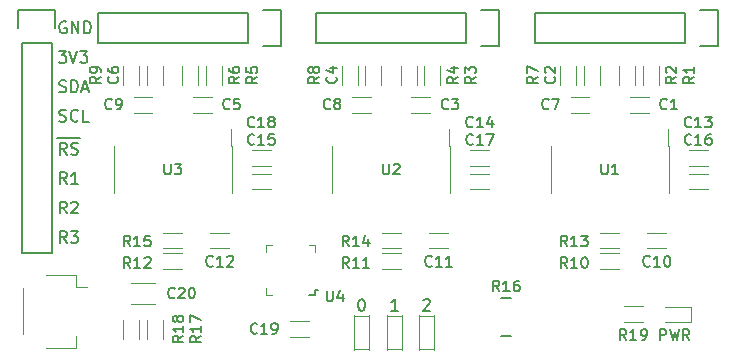
<source format=gto>
G04 #@! TF.GenerationSoftware,KiCad,Pcbnew,(5.1.0-0)*
G04 #@! TF.CreationDate,2019-05-28T11:35:41+09:30*
G04 #@! TF.ProjectId,triax-loadwing,74726961-782d-46c6-9f61-6477696e672e,V1.0*
G04 #@! TF.SameCoordinates,Original*
G04 #@! TF.FileFunction,Legend,Top*
G04 #@! TF.FilePolarity,Positive*
%FSLAX46Y46*%
G04 Gerber Fmt 4.6, Leading zero omitted, Abs format (unit mm)*
G04 Created by KiCad (PCBNEW (5.1.0-0)) date 2019-05-28 11:35:41*
%MOMM*%
%LPD*%
G04 APERTURE LIST*
%ADD10C,0.150000*%
%ADD11C,0.180000*%
%ADD12C,0.120000*%
%ADD13C,0.200000*%
%ADD14C,0.160000*%
G04 APERTURE END LIST*
D10*
X169714285Y-85047619D02*
X169761904Y-85000000D01*
X169857142Y-84952380D01*
X170095238Y-84952380D01*
X170190476Y-85000000D01*
X170238095Y-85047619D01*
X170285714Y-85142857D01*
X170285714Y-85238095D01*
X170238095Y-85380952D01*
X169666666Y-85952380D01*
X170285714Y-85952380D01*
X167585714Y-85952380D02*
X167014285Y-85952380D01*
X167300000Y-85952380D02*
X167300000Y-84952380D01*
X167204761Y-85095238D01*
X167109523Y-85190476D01*
X167014285Y-85238095D01*
X164452380Y-84952380D02*
X164547619Y-84952380D01*
X164642857Y-85000000D01*
X164690476Y-85047619D01*
X164738095Y-85142857D01*
X164785714Y-85333333D01*
X164785714Y-85571428D01*
X164738095Y-85761904D01*
X164690476Y-85857142D01*
X164642857Y-85904761D01*
X164547619Y-85952380D01*
X164452380Y-85952380D01*
X164357142Y-85904761D01*
X164309523Y-85857142D01*
X164261904Y-85761904D01*
X164214285Y-85571428D01*
X164214285Y-85333333D01*
X164261904Y-85142857D01*
X164309523Y-85047619D01*
X164357142Y-85000000D01*
X164452380Y-84952380D01*
X139535714Y-80202380D02*
X139202381Y-79726190D01*
X138964285Y-80202380D02*
X138964285Y-79202380D01*
X139345238Y-79202380D01*
X139440476Y-79250000D01*
X139488095Y-79297619D01*
X139535714Y-79392857D01*
X139535714Y-79535714D01*
X139488095Y-79630952D01*
X139440476Y-79678571D01*
X139345238Y-79726190D01*
X138964285Y-79726190D01*
X139869047Y-79202380D02*
X140488095Y-79202380D01*
X140154761Y-79583333D01*
X140297619Y-79583333D01*
X140392857Y-79630952D01*
X140440476Y-79678571D01*
X140488095Y-79773809D01*
X140488095Y-80011904D01*
X140440476Y-80107142D01*
X140392857Y-80154761D01*
X140297619Y-80202380D01*
X140011904Y-80202380D01*
X139916666Y-80154761D01*
X139869047Y-80107142D01*
X139535714Y-77708806D02*
X139202381Y-77232616D01*
X138964285Y-77708806D02*
X138964285Y-76708806D01*
X139345238Y-76708806D01*
X139440476Y-76756426D01*
X139488095Y-76804045D01*
X139535714Y-76899283D01*
X139535714Y-77042140D01*
X139488095Y-77137378D01*
X139440476Y-77184997D01*
X139345238Y-77232616D01*
X138964285Y-77232616D01*
X139916666Y-76804045D02*
X139964285Y-76756426D01*
X140059523Y-76708806D01*
X140297619Y-76708806D01*
X140392857Y-76756426D01*
X140440476Y-76804045D01*
X140488095Y-76899283D01*
X140488095Y-76994521D01*
X140440476Y-77137378D01*
X139869047Y-77708806D01*
X140488095Y-77708806D01*
X139535714Y-75215235D02*
X139202381Y-74739045D01*
X138964285Y-75215235D02*
X138964285Y-74215235D01*
X139345238Y-74215235D01*
X139440476Y-74262855D01*
X139488095Y-74310474D01*
X139535714Y-74405712D01*
X139535714Y-74548569D01*
X139488095Y-74643807D01*
X139440476Y-74691426D01*
X139345238Y-74739045D01*
X138964285Y-74739045D01*
X140488095Y-75215235D02*
X139916666Y-75215235D01*
X140202381Y-75215235D02*
X140202381Y-74215235D01*
X140107142Y-74358093D01*
X140011904Y-74453331D01*
X139916666Y-74500950D01*
X138726190Y-71354284D02*
X139726190Y-71354284D01*
X139535714Y-72721664D02*
X139202381Y-72245474D01*
X138964285Y-72721664D02*
X138964285Y-71721664D01*
X139345238Y-71721664D01*
X139440476Y-71769284D01*
X139488095Y-71816903D01*
X139535714Y-71912141D01*
X139535714Y-72054998D01*
X139488095Y-72150236D01*
X139440476Y-72197855D01*
X139345238Y-72245474D01*
X138964285Y-72245474D01*
X139726190Y-71354284D02*
X140678571Y-71354284D01*
X139916666Y-72674045D02*
X140059523Y-72721664D01*
X140297619Y-72721664D01*
X140392857Y-72674045D01*
X140440476Y-72626426D01*
X140488095Y-72531188D01*
X140488095Y-72435950D01*
X140440476Y-72340712D01*
X140392857Y-72293093D01*
X140297619Y-72245474D01*
X140107142Y-72197855D01*
X140011904Y-72150236D01*
X139964285Y-72102617D01*
X139916666Y-72007379D01*
X139916666Y-71912141D01*
X139964285Y-71816903D01*
X140011904Y-71769284D01*
X140107142Y-71721664D01*
X140345238Y-71721664D01*
X140488095Y-71769284D01*
X138916666Y-69885474D02*
X139059523Y-69933093D01*
X139297619Y-69933093D01*
X139392857Y-69885474D01*
X139440476Y-69837855D01*
X139488095Y-69742617D01*
X139488095Y-69647379D01*
X139440476Y-69552141D01*
X139392857Y-69504522D01*
X139297619Y-69456903D01*
X139107143Y-69409284D01*
X139011904Y-69361665D01*
X138964285Y-69314046D01*
X138916666Y-69218808D01*
X138916666Y-69123570D01*
X138964285Y-69028332D01*
X139011904Y-68980713D01*
X139107143Y-68933093D01*
X139345238Y-68933093D01*
X139488095Y-68980713D01*
X140488095Y-69837855D02*
X140440476Y-69885474D01*
X140297619Y-69933093D01*
X140202381Y-69933093D01*
X140059523Y-69885474D01*
X139964285Y-69790236D01*
X139916666Y-69694998D01*
X139869047Y-69504522D01*
X139869047Y-69361665D01*
X139916666Y-69171189D01*
X139964285Y-69075951D01*
X140059523Y-68980713D01*
X140202381Y-68933093D01*
X140297619Y-68933093D01*
X140440476Y-68980713D01*
X140488095Y-69028332D01*
X141392857Y-69933093D02*
X140916666Y-69933093D01*
X140916666Y-68933093D01*
X138916667Y-67391903D02*
X139059524Y-67439522D01*
X139297619Y-67439522D01*
X139392857Y-67391903D01*
X139440476Y-67344284D01*
X139488095Y-67249046D01*
X139488095Y-67153808D01*
X139440476Y-67058570D01*
X139392857Y-67010951D01*
X139297619Y-66963332D01*
X139107143Y-66915713D01*
X139011905Y-66868094D01*
X138964286Y-66820475D01*
X138916667Y-66725237D01*
X138916667Y-66629999D01*
X138964286Y-66534761D01*
X139011905Y-66487142D01*
X139107143Y-66439522D01*
X139345238Y-66439522D01*
X139488095Y-66487142D01*
X139916667Y-67439522D02*
X139916667Y-66439522D01*
X140154762Y-66439522D01*
X140297619Y-66487142D01*
X140392857Y-66582380D01*
X140440476Y-66677618D01*
X140488095Y-66868094D01*
X140488095Y-67010951D01*
X140440476Y-67201427D01*
X140392857Y-67296665D01*
X140297619Y-67391903D01*
X140154762Y-67439522D01*
X139916667Y-67439522D01*
X140869048Y-67153808D02*
X141345238Y-67153808D01*
X140773810Y-67439522D02*
X141107143Y-66439522D01*
X141440476Y-67439522D01*
X138869047Y-63945951D02*
X139488095Y-63945951D01*
X139154762Y-64326904D01*
X139297619Y-64326904D01*
X139392857Y-64374523D01*
X139440476Y-64422142D01*
X139488095Y-64517380D01*
X139488095Y-64755475D01*
X139440476Y-64850713D01*
X139392857Y-64898332D01*
X139297619Y-64945951D01*
X139011904Y-64945951D01*
X138916666Y-64898332D01*
X138869047Y-64850713D01*
X139773809Y-63945951D02*
X140107143Y-64945951D01*
X140440476Y-63945951D01*
X140678571Y-63945951D02*
X141297619Y-63945951D01*
X140964285Y-64326904D01*
X141107143Y-64326904D01*
X141202381Y-64374523D01*
X141250000Y-64422142D01*
X141297619Y-64517380D01*
X141297619Y-64755475D01*
X141250000Y-64850713D01*
X141202381Y-64898332D01*
X141107143Y-64945951D01*
X140821428Y-64945951D01*
X140726190Y-64898332D01*
X140678571Y-64850713D01*
X139488095Y-61500000D02*
X139392857Y-61452380D01*
X139250000Y-61452380D01*
X139107142Y-61500000D01*
X139011904Y-61595238D01*
X138964285Y-61690476D01*
X138916666Y-61880952D01*
X138916666Y-62023809D01*
X138964285Y-62214285D01*
X139011904Y-62309523D01*
X139107142Y-62404761D01*
X139250000Y-62452380D01*
X139345238Y-62452380D01*
X139488095Y-62404761D01*
X139535714Y-62357142D01*
X139535714Y-62023809D01*
X139345238Y-62023809D01*
X139964285Y-62452380D02*
X139964285Y-61452380D01*
X140535714Y-62452380D01*
X140535714Y-61452380D01*
X141011904Y-62452380D02*
X141011904Y-61452380D01*
X141250000Y-61452380D01*
X141392857Y-61500000D01*
X141488095Y-61595238D01*
X141535714Y-61690476D01*
X141583333Y-61880952D01*
X141583333Y-62023809D01*
X141535714Y-62214285D01*
X141488095Y-62309523D01*
X141392857Y-62404761D01*
X141250000Y-62452380D01*
X141011904Y-62452380D01*
D11*
X189800000Y-88407142D02*
X189800000Y-87507142D01*
X190142857Y-87507142D01*
X190228571Y-87550000D01*
X190271428Y-87592857D01*
X190314285Y-87678571D01*
X190314285Y-87807142D01*
X190271428Y-87892857D01*
X190228571Y-87935714D01*
X190142857Y-87978571D01*
X189800000Y-87978571D01*
X190614285Y-87507142D02*
X190828571Y-88407142D01*
X191000000Y-87764285D01*
X191171428Y-88407142D01*
X191385714Y-87507142D01*
X192242857Y-88407142D02*
X191942857Y-87978571D01*
X191728571Y-88407142D02*
X191728571Y-87507142D01*
X192071428Y-87507142D01*
X192157142Y-87550000D01*
X192200000Y-87592857D01*
X192242857Y-87678571D01*
X192242857Y-87807142D01*
X192200000Y-87892857D01*
X192157142Y-87935714D01*
X192071428Y-87978571D01*
X191728571Y-87978571D01*
D12*
X169335000Y-86380000D02*
X170665000Y-86380000D01*
X169335000Y-89220000D02*
X170665000Y-89220000D01*
X169335000Y-89250000D02*
X169335000Y-86350000D01*
X170665000Y-89250000D02*
X170665000Y-86350000D01*
X166635000Y-86380000D02*
X167965000Y-86380000D01*
X166635000Y-89220000D02*
X167965000Y-89220000D01*
X166635000Y-89250000D02*
X166635000Y-86350000D01*
X167965000Y-89250000D02*
X167965000Y-86350000D01*
X163835000Y-86380000D02*
X165165000Y-86380000D01*
X163835000Y-89220000D02*
X165165000Y-89220000D01*
X163835000Y-89250000D02*
X163835000Y-86350000D01*
X165165000Y-89250000D02*
X165165000Y-86350000D01*
D10*
X177150000Y-84875000D02*
X176350000Y-84875000D01*
X177150000Y-88125000D02*
X176350000Y-88125000D01*
D12*
X135815000Y-84060000D02*
X135815000Y-87940000D01*
X140285000Y-89110000D02*
X140285000Y-88060000D01*
X137785000Y-89110000D02*
X140285000Y-89110000D01*
X140285000Y-83940000D02*
X141275000Y-83940000D01*
X140285000Y-82890000D02*
X140285000Y-83940000D01*
X137785000Y-82890000D02*
X140285000Y-82890000D01*
D10*
X135450000Y-60450000D02*
X138550000Y-60450000D01*
X135450000Y-62000000D02*
X135450000Y-60450000D01*
X138270000Y-63270000D02*
X135730000Y-63270000D01*
X138550000Y-60450000D02*
X138550000Y-62000000D01*
X135730000Y-81050000D02*
X135730000Y-63270000D01*
X138270000Y-81050000D02*
X135730000Y-81050000D01*
X138270000Y-63270000D02*
X138270000Y-81050000D01*
D12*
X145000000Y-83585000D02*
X147000000Y-83585000D01*
X145000000Y-85415000D02*
X147000000Y-85415000D01*
D10*
X157670000Y-60450000D02*
X157670000Y-63550000D01*
X156120000Y-60450000D02*
X157670000Y-60450000D01*
X154850000Y-63270000D02*
X154850000Y-60730000D01*
X157670000Y-63550000D02*
X156120000Y-63550000D01*
X142150000Y-60730000D02*
X154850000Y-60730000D01*
X142150000Y-63270000D02*
X142150000Y-60730000D01*
X154850000Y-63270000D02*
X142150000Y-63270000D01*
X176170000Y-60450000D02*
X176170000Y-63550000D01*
X174620000Y-60450000D02*
X176170000Y-60450000D01*
X173350000Y-63270000D02*
X173350000Y-60730000D01*
X176170000Y-63550000D02*
X174620000Y-63550000D01*
X160650000Y-60730000D02*
X173350000Y-60730000D01*
X160650000Y-63270000D02*
X160650000Y-60730000D01*
X173350000Y-63270000D02*
X160650000Y-63270000D01*
X194670000Y-60450000D02*
X194670000Y-63550000D01*
X193120000Y-60450000D02*
X194670000Y-60450000D01*
X191850000Y-63270000D02*
X191850000Y-60730000D01*
X194670000Y-63550000D02*
X193120000Y-63550000D01*
X179150000Y-60730000D02*
X191850000Y-60730000D01*
X179150000Y-63270000D02*
X179150000Y-60730000D01*
X191850000Y-63270000D02*
X179150000Y-63270000D01*
D12*
X156420000Y-84580000D02*
X156940000Y-84580000D01*
X156420000Y-84060000D02*
X156420000Y-84580000D01*
X156420000Y-80420000D02*
X156940000Y-80420000D01*
X156420000Y-80940000D02*
X156420000Y-80420000D01*
X160580000Y-80420000D02*
X160060000Y-80420000D01*
X160580000Y-80940000D02*
X160580000Y-80420000D01*
D13*
X160580000Y-84580000D02*
X160060000Y-84580000D01*
X160580000Y-84150000D02*
X160580000Y-84580000D01*
X160580000Y-84150000D02*
X160800000Y-84150000D01*
D12*
X153425000Y-72000000D02*
X153425000Y-70600000D01*
X143500000Y-72000000D02*
X143500000Y-76000000D01*
X153500000Y-72000000D02*
X153500000Y-76000000D01*
X171925000Y-72000000D02*
X171925000Y-70600000D01*
X162000000Y-72000000D02*
X162000000Y-76000000D01*
X172000000Y-72000000D02*
X172000000Y-76000000D01*
X190425000Y-72000000D02*
X190425000Y-70600000D01*
X180500000Y-72000000D02*
X180500000Y-76000000D01*
X190500000Y-72000000D02*
X190500000Y-76000000D01*
X188300000Y-86920000D02*
X186700000Y-86920000D01*
X188300000Y-85580000D02*
X186700000Y-85580000D01*
X145670000Y-86700000D02*
X145670000Y-88300000D01*
X144330000Y-86700000D02*
X144330000Y-88300000D01*
X146330000Y-88300000D02*
X146330000Y-86700000D01*
X147670000Y-88300000D02*
X147670000Y-86700000D01*
X149300000Y-80670000D02*
X147700000Y-80670000D01*
X149300000Y-79330000D02*
X147700000Y-79330000D01*
X167800000Y-80670000D02*
X166200000Y-80670000D01*
X167800000Y-79330000D02*
X166200000Y-79330000D01*
X186300000Y-80670000D02*
X184700000Y-80670000D01*
X186300000Y-79330000D02*
X184700000Y-79330000D01*
X147700000Y-81080000D02*
X149300000Y-81080000D01*
X147700000Y-82420000D02*
X149300000Y-82420000D01*
X166200000Y-81080000D02*
X167800000Y-81080000D01*
X166200000Y-82420000D02*
X167800000Y-82420000D01*
X184700000Y-81080000D02*
X186300000Y-81080000D01*
X184700000Y-82420000D02*
X186300000Y-82420000D01*
X144330000Y-66800000D02*
X144330000Y-65200000D01*
X145670000Y-66800000D02*
X145670000Y-65200000D01*
X162830000Y-66800000D02*
X162830000Y-65200000D01*
X164170000Y-66800000D02*
X164170000Y-65200000D01*
X181330000Y-66800000D02*
X181330000Y-65200000D01*
X182670000Y-66800000D02*
X182670000Y-65200000D01*
X150670000Y-65200000D02*
X150670000Y-66800000D01*
X149330000Y-65200000D02*
X149330000Y-66800000D01*
X152670000Y-65200000D02*
X152670000Y-66800000D01*
X151330000Y-65200000D02*
X151330000Y-66800000D01*
X169170000Y-65200000D02*
X169170000Y-66800000D01*
X167830000Y-65200000D02*
X167830000Y-66800000D01*
X171170000Y-65200000D02*
X171170000Y-66800000D01*
X169830000Y-65200000D02*
X169830000Y-66800000D01*
X187670000Y-65200000D02*
X187670000Y-66800000D01*
X186330000Y-65200000D02*
X186330000Y-66800000D01*
X189670000Y-65200000D02*
X189670000Y-66800000D01*
X188330000Y-65200000D02*
X188330000Y-66800000D01*
X192395000Y-85605000D02*
X190200000Y-85605000D01*
X192395000Y-86895000D02*
X192395000Y-85605000D01*
X190200000Y-86895000D02*
X192395000Y-86895000D01*
X160050000Y-88165000D02*
X158450000Y-88165000D01*
X160050000Y-86835000D02*
X158450000Y-86835000D01*
X156800000Y-73665000D02*
X155200000Y-73665000D01*
X156800000Y-72335000D02*
X155200000Y-72335000D01*
X175300000Y-75665000D02*
X173700000Y-75665000D01*
X175300000Y-74335000D02*
X173700000Y-74335000D01*
X193800000Y-75665000D02*
X192200000Y-75665000D01*
X193800000Y-74335000D02*
X192200000Y-74335000D01*
X155200000Y-74335000D02*
X156800000Y-74335000D01*
X155200000Y-75665000D02*
X156800000Y-75665000D01*
X173700000Y-72335000D02*
X175300000Y-72335000D01*
X173700000Y-73665000D02*
X175300000Y-73665000D01*
X192200000Y-72335000D02*
X193800000Y-72335000D01*
X192200000Y-73665000D02*
X193800000Y-73665000D01*
X153300000Y-80665000D02*
X151700000Y-80665000D01*
X153300000Y-79335000D02*
X151700000Y-79335000D01*
X171825000Y-80665000D02*
X170225000Y-80665000D01*
X171825000Y-79335000D02*
X170225000Y-79335000D01*
X190300000Y-80665000D02*
X188700000Y-80665000D01*
X190300000Y-79335000D02*
X188700000Y-79335000D01*
X146800000Y-69165000D02*
X145200000Y-69165000D01*
X146800000Y-67835000D02*
X145200000Y-67835000D01*
X165300000Y-69165000D02*
X163700000Y-69165000D01*
X165300000Y-67835000D02*
X163700000Y-67835000D01*
X183800000Y-69165000D02*
X182200000Y-69165000D01*
X183800000Y-67835000D02*
X182200000Y-67835000D01*
X146335000Y-66800000D02*
X146335000Y-65200000D01*
X147665000Y-66800000D02*
X147665000Y-65200000D01*
X150200000Y-67835000D02*
X151800000Y-67835000D01*
X150200000Y-69165000D02*
X151800000Y-69165000D01*
X164835000Y-66800000D02*
X164835000Y-65200000D01*
X166165000Y-66800000D02*
X166165000Y-65200000D01*
X168700000Y-67835000D02*
X170300000Y-67835000D01*
X168700000Y-69165000D02*
X170300000Y-69165000D01*
X183335000Y-66800000D02*
X183335000Y-65200000D01*
X184665000Y-66800000D02*
X184665000Y-65200000D01*
X187200000Y-67835000D02*
X188800000Y-67835000D01*
X187200000Y-69165000D02*
X188800000Y-69165000D01*
D14*
X176171428Y-84307142D02*
X175871428Y-83878571D01*
X175657142Y-84307142D02*
X175657142Y-83407142D01*
X176000000Y-83407142D01*
X176085714Y-83450000D01*
X176128571Y-83492857D01*
X176171428Y-83578571D01*
X176171428Y-83707142D01*
X176128571Y-83792857D01*
X176085714Y-83835714D01*
X176000000Y-83878571D01*
X175657142Y-83878571D01*
X177028571Y-84307142D02*
X176514285Y-84307142D01*
X176771428Y-84307142D02*
X176771428Y-83407142D01*
X176685714Y-83535714D01*
X176600000Y-83621428D01*
X176514285Y-83664285D01*
X177800000Y-83407142D02*
X177628571Y-83407142D01*
X177542857Y-83450000D01*
X177500000Y-83492857D01*
X177414285Y-83621428D01*
X177371428Y-83792857D01*
X177371428Y-84135714D01*
X177414285Y-84221428D01*
X177457142Y-84264285D01*
X177542857Y-84307142D01*
X177714285Y-84307142D01*
X177800000Y-84264285D01*
X177842857Y-84221428D01*
X177885714Y-84135714D01*
X177885714Y-83921428D01*
X177842857Y-83835714D01*
X177800000Y-83792857D01*
X177714285Y-83750000D01*
X177542857Y-83750000D01*
X177457142Y-83792857D01*
X177414285Y-83835714D01*
X177371428Y-83921428D01*
X148671428Y-84821428D02*
X148628571Y-84864285D01*
X148500000Y-84907142D01*
X148414285Y-84907142D01*
X148285714Y-84864285D01*
X148200000Y-84778571D01*
X148157142Y-84692857D01*
X148114285Y-84521428D01*
X148114285Y-84392857D01*
X148157142Y-84221428D01*
X148200000Y-84135714D01*
X148285714Y-84050000D01*
X148414285Y-84007142D01*
X148500000Y-84007142D01*
X148628571Y-84050000D01*
X148671428Y-84092857D01*
X149014285Y-84092857D02*
X149057142Y-84050000D01*
X149142857Y-84007142D01*
X149357142Y-84007142D01*
X149442857Y-84050000D01*
X149485714Y-84092857D01*
X149528571Y-84178571D01*
X149528571Y-84264285D01*
X149485714Y-84392857D01*
X148971428Y-84907142D01*
X149528571Y-84907142D01*
X150085714Y-84007142D02*
X150171428Y-84007142D01*
X150257142Y-84050000D01*
X150300000Y-84092857D01*
X150342857Y-84178571D01*
X150385714Y-84350000D01*
X150385714Y-84564285D01*
X150342857Y-84735714D01*
X150300000Y-84821428D01*
X150257142Y-84864285D01*
X150171428Y-84907142D01*
X150085714Y-84907142D01*
X150000000Y-84864285D01*
X149957142Y-84821428D01*
X149914285Y-84735714D01*
X149871428Y-84564285D01*
X149871428Y-84350000D01*
X149914285Y-84178571D01*
X149957142Y-84092857D01*
X150000000Y-84050000D01*
X150085714Y-84007142D01*
X161564285Y-84257142D02*
X161564285Y-84985714D01*
X161607142Y-85071428D01*
X161650000Y-85114285D01*
X161735714Y-85157142D01*
X161907142Y-85157142D01*
X161992857Y-85114285D01*
X162035714Y-85071428D01*
X162078571Y-84985714D01*
X162078571Y-84257142D01*
X162892857Y-84557142D02*
X162892857Y-85157142D01*
X162678571Y-84214285D02*
X162464285Y-84857142D01*
X163021428Y-84857142D01*
X147814285Y-73507142D02*
X147814285Y-74235714D01*
X147857142Y-74321428D01*
X147900000Y-74364285D01*
X147985714Y-74407142D01*
X148157142Y-74407142D01*
X148242857Y-74364285D01*
X148285714Y-74321428D01*
X148328571Y-74235714D01*
X148328571Y-73507142D01*
X148671428Y-73507142D02*
X149228571Y-73507142D01*
X148928571Y-73850000D01*
X149057142Y-73850000D01*
X149142857Y-73892857D01*
X149185714Y-73935714D01*
X149228571Y-74021428D01*
X149228571Y-74235714D01*
X149185714Y-74321428D01*
X149142857Y-74364285D01*
X149057142Y-74407142D01*
X148800000Y-74407142D01*
X148714285Y-74364285D01*
X148671428Y-74321428D01*
X166314285Y-73507142D02*
X166314285Y-74235714D01*
X166357142Y-74321428D01*
X166400000Y-74364285D01*
X166485714Y-74407142D01*
X166657142Y-74407142D01*
X166742857Y-74364285D01*
X166785714Y-74321428D01*
X166828571Y-74235714D01*
X166828571Y-73507142D01*
X167214285Y-73592857D02*
X167257142Y-73550000D01*
X167342857Y-73507142D01*
X167557142Y-73507142D01*
X167642857Y-73550000D01*
X167685714Y-73592857D01*
X167728571Y-73678571D01*
X167728571Y-73764285D01*
X167685714Y-73892857D01*
X167171428Y-74407142D01*
X167728571Y-74407142D01*
X184814285Y-73507142D02*
X184814285Y-74235714D01*
X184857142Y-74321428D01*
X184900000Y-74364285D01*
X184985714Y-74407142D01*
X185157142Y-74407142D01*
X185242857Y-74364285D01*
X185285714Y-74321428D01*
X185328571Y-74235714D01*
X185328571Y-73507142D01*
X186228571Y-74407142D02*
X185714285Y-74407142D01*
X185971428Y-74407142D02*
X185971428Y-73507142D01*
X185885714Y-73635714D01*
X185800000Y-73721428D01*
X185714285Y-73764285D01*
X186921428Y-88407142D02*
X186621428Y-87978571D01*
X186407142Y-88407142D02*
X186407142Y-87507142D01*
X186750000Y-87507142D01*
X186835714Y-87550000D01*
X186878571Y-87592857D01*
X186921428Y-87678571D01*
X186921428Y-87807142D01*
X186878571Y-87892857D01*
X186835714Y-87935714D01*
X186750000Y-87978571D01*
X186407142Y-87978571D01*
X187778571Y-88407142D02*
X187264285Y-88407142D01*
X187521428Y-88407142D02*
X187521428Y-87507142D01*
X187435714Y-87635714D01*
X187350000Y-87721428D01*
X187264285Y-87764285D01*
X188207142Y-88407142D02*
X188378571Y-88407142D01*
X188464285Y-88364285D01*
X188507142Y-88321428D01*
X188592857Y-88192857D01*
X188635714Y-88021428D01*
X188635714Y-87678571D01*
X188592857Y-87592857D01*
X188550000Y-87550000D01*
X188464285Y-87507142D01*
X188292857Y-87507142D01*
X188207142Y-87550000D01*
X188164285Y-87592857D01*
X188121428Y-87678571D01*
X188121428Y-87892857D01*
X188164285Y-87978571D01*
X188207142Y-88021428D01*
X188292857Y-88064285D01*
X188464285Y-88064285D01*
X188550000Y-88021428D01*
X188592857Y-87978571D01*
X188635714Y-87892857D01*
X149407142Y-88078571D02*
X148978571Y-88378571D01*
X149407142Y-88592857D02*
X148507142Y-88592857D01*
X148507142Y-88250000D01*
X148550000Y-88164285D01*
X148592857Y-88121428D01*
X148678571Y-88078571D01*
X148807142Y-88078571D01*
X148892857Y-88121428D01*
X148935714Y-88164285D01*
X148978571Y-88250000D01*
X148978571Y-88592857D01*
X149407142Y-87221428D02*
X149407142Y-87735714D01*
X149407142Y-87478571D02*
X148507142Y-87478571D01*
X148635714Y-87564285D01*
X148721428Y-87650000D01*
X148764285Y-87735714D01*
X148892857Y-86707142D02*
X148850000Y-86792857D01*
X148807142Y-86835714D01*
X148721428Y-86878571D01*
X148678571Y-86878571D01*
X148592857Y-86835714D01*
X148550000Y-86792857D01*
X148507142Y-86707142D01*
X148507142Y-86535714D01*
X148550000Y-86450000D01*
X148592857Y-86407142D01*
X148678571Y-86364285D01*
X148721428Y-86364285D01*
X148807142Y-86407142D01*
X148850000Y-86450000D01*
X148892857Y-86535714D01*
X148892857Y-86707142D01*
X148935714Y-86792857D01*
X148978571Y-86835714D01*
X149064285Y-86878571D01*
X149235714Y-86878571D01*
X149321428Y-86835714D01*
X149364285Y-86792857D01*
X149407142Y-86707142D01*
X149407142Y-86535714D01*
X149364285Y-86450000D01*
X149321428Y-86407142D01*
X149235714Y-86364285D01*
X149064285Y-86364285D01*
X148978571Y-86407142D01*
X148935714Y-86450000D01*
X148892857Y-86535714D01*
X150907142Y-88078571D02*
X150478571Y-88378571D01*
X150907142Y-88592857D02*
X150007142Y-88592857D01*
X150007142Y-88250000D01*
X150050000Y-88164285D01*
X150092857Y-88121428D01*
X150178571Y-88078571D01*
X150307142Y-88078571D01*
X150392857Y-88121428D01*
X150435714Y-88164285D01*
X150478571Y-88250000D01*
X150478571Y-88592857D01*
X150907142Y-87221428D02*
X150907142Y-87735714D01*
X150907142Y-87478571D02*
X150007142Y-87478571D01*
X150135714Y-87564285D01*
X150221428Y-87650000D01*
X150264285Y-87735714D01*
X150007142Y-86921428D02*
X150007142Y-86321428D01*
X150907142Y-86707142D01*
X144921428Y-80507142D02*
X144621428Y-80078571D01*
X144407142Y-80507142D02*
X144407142Y-79607142D01*
X144750000Y-79607142D01*
X144835714Y-79650000D01*
X144878571Y-79692857D01*
X144921428Y-79778571D01*
X144921428Y-79907142D01*
X144878571Y-79992857D01*
X144835714Y-80035714D01*
X144750000Y-80078571D01*
X144407142Y-80078571D01*
X145778571Y-80507142D02*
X145264285Y-80507142D01*
X145521428Y-80507142D02*
X145521428Y-79607142D01*
X145435714Y-79735714D01*
X145350000Y-79821428D01*
X145264285Y-79864285D01*
X146592857Y-79607142D02*
X146164285Y-79607142D01*
X146121428Y-80035714D01*
X146164285Y-79992857D01*
X146250000Y-79950000D01*
X146464285Y-79950000D01*
X146550000Y-79992857D01*
X146592857Y-80035714D01*
X146635714Y-80121428D01*
X146635714Y-80335714D01*
X146592857Y-80421428D01*
X146550000Y-80464285D01*
X146464285Y-80507142D01*
X146250000Y-80507142D01*
X146164285Y-80464285D01*
X146121428Y-80421428D01*
X163421428Y-80507142D02*
X163121428Y-80078571D01*
X162907142Y-80507142D02*
X162907142Y-79607142D01*
X163250000Y-79607142D01*
X163335714Y-79650000D01*
X163378571Y-79692857D01*
X163421428Y-79778571D01*
X163421428Y-79907142D01*
X163378571Y-79992857D01*
X163335714Y-80035714D01*
X163250000Y-80078571D01*
X162907142Y-80078571D01*
X164278571Y-80507142D02*
X163764285Y-80507142D01*
X164021428Y-80507142D02*
X164021428Y-79607142D01*
X163935714Y-79735714D01*
X163850000Y-79821428D01*
X163764285Y-79864285D01*
X165050000Y-79907142D02*
X165050000Y-80507142D01*
X164835714Y-79564285D02*
X164621428Y-80207142D01*
X165178571Y-80207142D01*
X181921428Y-80507142D02*
X181621428Y-80078571D01*
X181407142Y-80507142D02*
X181407142Y-79607142D01*
X181750000Y-79607142D01*
X181835714Y-79650000D01*
X181878571Y-79692857D01*
X181921428Y-79778571D01*
X181921428Y-79907142D01*
X181878571Y-79992857D01*
X181835714Y-80035714D01*
X181750000Y-80078571D01*
X181407142Y-80078571D01*
X182778571Y-80507142D02*
X182264285Y-80507142D01*
X182521428Y-80507142D02*
X182521428Y-79607142D01*
X182435714Y-79735714D01*
X182350000Y-79821428D01*
X182264285Y-79864285D01*
X183078571Y-79607142D02*
X183635714Y-79607142D01*
X183335714Y-79950000D01*
X183464285Y-79950000D01*
X183550000Y-79992857D01*
X183592857Y-80035714D01*
X183635714Y-80121428D01*
X183635714Y-80335714D01*
X183592857Y-80421428D01*
X183550000Y-80464285D01*
X183464285Y-80507142D01*
X183207142Y-80507142D01*
X183121428Y-80464285D01*
X183078571Y-80421428D01*
X144921428Y-82307142D02*
X144621428Y-81878571D01*
X144407142Y-82307142D02*
X144407142Y-81407142D01*
X144750000Y-81407142D01*
X144835714Y-81450000D01*
X144878571Y-81492857D01*
X144921428Y-81578571D01*
X144921428Y-81707142D01*
X144878571Y-81792857D01*
X144835714Y-81835714D01*
X144750000Y-81878571D01*
X144407142Y-81878571D01*
X145778571Y-82307142D02*
X145264285Y-82307142D01*
X145521428Y-82307142D02*
X145521428Y-81407142D01*
X145435714Y-81535714D01*
X145350000Y-81621428D01*
X145264285Y-81664285D01*
X146121428Y-81492857D02*
X146164285Y-81450000D01*
X146250000Y-81407142D01*
X146464285Y-81407142D01*
X146550000Y-81450000D01*
X146592857Y-81492857D01*
X146635714Y-81578571D01*
X146635714Y-81664285D01*
X146592857Y-81792857D01*
X146078571Y-82307142D01*
X146635714Y-82307142D01*
X163421428Y-82307142D02*
X163121428Y-81878571D01*
X162907142Y-82307142D02*
X162907142Y-81407142D01*
X163250000Y-81407142D01*
X163335714Y-81450000D01*
X163378571Y-81492857D01*
X163421428Y-81578571D01*
X163421428Y-81707142D01*
X163378571Y-81792857D01*
X163335714Y-81835714D01*
X163250000Y-81878571D01*
X162907142Y-81878571D01*
X164278571Y-82307142D02*
X163764285Y-82307142D01*
X164021428Y-82307142D02*
X164021428Y-81407142D01*
X163935714Y-81535714D01*
X163850000Y-81621428D01*
X163764285Y-81664285D01*
X165135714Y-82307142D02*
X164621428Y-82307142D01*
X164878571Y-82307142D02*
X164878571Y-81407142D01*
X164792857Y-81535714D01*
X164707142Y-81621428D01*
X164621428Y-81664285D01*
X181921428Y-82307142D02*
X181621428Y-81878571D01*
X181407142Y-82307142D02*
X181407142Y-81407142D01*
X181750000Y-81407142D01*
X181835714Y-81450000D01*
X181878571Y-81492857D01*
X181921428Y-81578571D01*
X181921428Y-81707142D01*
X181878571Y-81792857D01*
X181835714Y-81835714D01*
X181750000Y-81878571D01*
X181407142Y-81878571D01*
X182778571Y-82307142D02*
X182264285Y-82307142D01*
X182521428Y-82307142D02*
X182521428Y-81407142D01*
X182435714Y-81535714D01*
X182350000Y-81621428D01*
X182264285Y-81664285D01*
X183335714Y-81407142D02*
X183421428Y-81407142D01*
X183507142Y-81450000D01*
X183550000Y-81492857D01*
X183592857Y-81578571D01*
X183635714Y-81750000D01*
X183635714Y-81964285D01*
X183592857Y-82135714D01*
X183550000Y-82221428D01*
X183507142Y-82264285D01*
X183421428Y-82307142D01*
X183335714Y-82307142D01*
X183250000Y-82264285D01*
X183207142Y-82221428D01*
X183164285Y-82135714D01*
X183121428Y-81964285D01*
X183121428Y-81750000D01*
X183164285Y-81578571D01*
X183207142Y-81492857D01*
X183250000Y-81450000D01*
X183335714Y-81407142D01*
X142407142Y-66150000D02*
X141978571Y-66450000D01*
X142407142Y-66664285D02*
X141507142Y-66664285D01*
X141507142Y-66321428D01*
X141550000Y-66235714D01*
X141592857Y-66192857D01*
X141678571Y-66150000D01*
X141807142Y-66150000D01*
X141892857Y-66192857D01*
X141935714Y-66235714D01*
X141978571Y-66321428D01*
X141978571Y-66664285D01*
X142407142Y-65721428D02*
X142407142Y-65550000D01*
X142364285Y-65464285D01*
X142321428Y-65421428D01*
X142192857Y-65335714D01*
X142021428Y-65292857D01*
X141678571Y-65292857D01*
X141592857Y-65335714D01*
X141550000Y-65378571D01*
X141507142Y-65464285D01*
X141507142Y-65635714D01*
X141550000Y-65721428D01*
X141592857Y-65764285D01*
X141678571Y-65807142D01*
X141892857Y-65807142D01*
X141978571Y-65764285D01*
X142021428Y-65721428D01*
X142064285Y-65635714D01*
X142064285Y-65464285D01*
X142021428Y-65378571D01*
X141978571Y-65335714D01*
X141892857Y-65292857D01*
X160907142Y-66150000D02*
X160478571Y-66450000D01*
X160907142Y-66664285D02*
X160007142Y-66664285D01*
X160007142Y-66321428D01*
X160050000Y-66235714D01*
X160092857Y-66192857D01*
X160178571Y-66150000D01*
X160307142Y-66150000D01*
X160392857Y-66192857D01*
X160435714Y-66235714D01*
X160478571Y-66321428D01*
X160478571Y-66664285D01*
X160392857Y-65635714D02*
X160350000Y-65721428D01*
X160307142Y-65764285D01*
X160221428Y-65807142D01*
X160178571Y-65807142D01*
X160092857Y-65764285D01*
X160050000Y-65721428D01*
X160007142Y-65635714D01*
X160007142Y-65464285D01*
X160050000Y-65378571D01*
X160092857Y-65335714D01*
X160178571Y-65292857D01*
X160221428Y-65292857D01*
X160307142Y-65335714D01*
X160350000Y-65378571D01*
X160392857Y-65464285D01*
X160392857Y-65635714D01*
X160435714Y-65721428D01*
X160478571Y-65764285D01*
X160564285Y-65807142D01*
X160735714Y-65807142D01*
X160821428Y-65764285D01*
X160864285Y-65721428D01*
X160907142Y-65635714D01*
X160907142Y-65464285D01*
X160864285Y-65378571D01*
X160821428Y-65335714D01*
X160735714Y-65292857D01*
X160564285Y-65292857D01*
X160478571Y-65335714D01*
X160435714Y-65378571D01*
X160392857Y-65464285D01*
X179407142Y-66150000D02*
X178978571Y-66450000D01*
X179407142Y-66664285D02*
X178507142Y-66664285D01*
X178507142Y-66321428D01*
X178550000Y-66235714D01*
X178592857Y-66192857D01*
X178678571Y-66150000D01*
X178807142Y-66150000D01*
X178892857Y-66192857D01*
X178935714Y-66235714D01*
X178978571Y-66321428D01*
X178978571Y-66664285D01*
X178507142Y-65850000D02*
X178507142Y-65250000D01*
X179407142Y-65635714D01*
X154157142Y-66150000D02*
X153728571Y-66450000D01*
X154157142Y-66664285D02*
X153257142Y-66664285D01*
X153257142Y-66321428D01*
X153300000Y-66235714D01*
X153342857Y-66192857D01*
X153428571Y-66150000D01*
X153557142Y-66150000D01*
X153642857Y-66192857D01*
X153685714Y-66235714D01*
X153728571Y-66321428D01*
X153728571Y-66664285D01*
X153257142Y-65378571D02*
X153257142Y-65550000D01*
X153300000Y-65635714D01*
X153342857Y-65678571D01*
X153471428Y-65764285D01*
X153642857Y-65807142D01*
X153985714Y-65807142D01*
X154071428Y-65764285D01*
X154114285Y-65721428D01*
X154157142Y-65635714D01*
X154157142Y-65464285D01*
X154114285Y-65378571D01*
X154071428Y-65335714D01*
X153985714Y-65292857D01*
X153771428Y-65292857D01*
X153685714Y-65335714D01*
X153642857Y-65378571D01*
X153600000Y-65464285D01*
X153600000Y-65635714D01*
X153642857Y-65721428D01*
X153685714Y-65764285D01*
X153771428Y-65807142D01*
X155657142Y-66150000D02*
X155228571Y-66450000D01*
X155657142Y-66664285D02*
X154757142Y-66664285D01*
X154757142Y-66321428D01*
X154800000Y-66235714D01*
X154842857Y-66192857D01*
X154928571Y-66150000D01*
X155057142Y-66150000D01*
X155142857Y-66192857D01*
X155185714Y-66235714D01*
X155228571Y-66321428D01*
X155228571Y-66664285D01*
X154757142Y-65335714D02*
X154757142Y-65764285D01*
X155185714Y-65807142D01*
X155142857Y-65764285D01*
X155100000Y-65678571D01*
X155100000Y-65464285D01*
X155142857Y-65378571D01*
X155185714Y-65335714D01*
X155271428Y-65292857D01*
X155485714Y-65292857D01*
X155571428Y-65335714D01*
X155614285Y-65378571D01*
X155657142Y-65464285D01*
X155657142Y-65678571D01*
X155614285Y-65764285D01*
X155571428Y-65807142D01*
X172657142Y-66150000D02*
X172228571Y-66450000D01*
X172657142Y-66664285D02*
X171757142Y-66664285D01*
X171757142Y-66321428D01*
X171800000Y-66235714D01*
X171842857Y-66192857D01*
X171928571Y-66150000D01*
X172057142Y-66150000D01*
X172142857Y-66192857D01*
X172185714Y-66235714D01*
X172228571Y-66321428D01*
X172228571Y-66664285D01*
X172057142Y-65378571D02*
X172657142Y-65378571D01*
X171714285Y-65592857D02*
X172357142Y-65807142D01*
X172357142Y-65250000D01*
X174157142Y-66150000D02*
X173728571Y-66450000D01*
X174157142Y-66664285D02*
X173257142Y-66664285D01*
X173257142Y-66321428D01*
X173300000Y-66235714D01*
X173342857Y-66192857D01*
X173428571Y-66150000D01*
X173557142Y-66150000D01*
X173642857Y-66192857D01*
X173685714Y-66235714D01*
X173728571Y-66321428D01*
X173728571Y-66664285D01*
X173257142Y-65850000D02*
X173257142Y-65292857D01*
X173600000Y-65592857D01*
X173600000Y-65464285D01*
X173642857Y-65378571D01*
X173685714Y-65335714D01*
X173771428Y-65292857D01*
X173985714Y-65292857D01*
X174071428Y-65335714D01*
X174114285Y-65378571D01*
X174157142Y-65464285D01*
X174157142Y-65721428D01*
X174114285Y-65807142D01*
X174071428Y-65850000D01*
X191157142Y-66150000D02*
X190728571Y-66450000D01*
X191157142Y-66664285D02*
X190257142Y-66664285D01*
X190257142Y-66321428D01*
X190300000Y-66235714D01*
X190342857Y-66192857D01*
X190428571Y-66150000D01*
X190557142Y-66150000D01*
X190642857Y-66192857D01*
X190685714Y-66235714D01*
X190728571Y-66321428D01*
X190728571Y-66664285D01*
X190342857Y-65807142D02*
X190300000Y-65764285D01*
X190257142Y-65678571D01*
X190257142Y-65464285D01*
X190300000Y-65378571D01*
X190342857Y-65335714D01*
X190428571Y-65292857D01*
X190514285Y-65292857D01*
X190642857Y-65335714D01*
X191157142Y-65850000D01*
X191157142Y-65292857D01*
X192657142Y-66150000D02*
X192228571Y-66450000D01*
X192657142Y-66664285D02*
X191757142Y-66664285D01*
X191757142Y-66321428D01*
X191800000Y-66235714D01*
X191842857Y-66192857D01*
X191928571Y-66150000D01*
X192057142Y-66150000D01*
X192142857Y-66192857D01*
X192185714Y-66235714D01*
X192228571Y-66321428D01*
X192228571Y-66664285D01*
X192657142Y-65292857D02*
X192657142Y-65807142D01*
X192657142Y-65550000D02*
X191757142Y-65550000D01*
X191885714Y-65635714D01*
X191971428Y-65721428D01*
X192014285Y-65807142D01*
X155671428Y-87821428D02*
X155628571Y-87864285D01*
X155500000Y-87907142D01*
X155414285Y-87907142D01*
X155285714Y-87864285D01*
X155200000Y-87778571D01*
X155157142Y-87692857D01*
X155114285Y-87521428D01*
X155114285Y-87392857D01*
X155157142Y-87221428D01*
X155200000Y-87135714D01*
X155285714Y-87050000D01*
X155414285Y-87007142D01*
X155500000Y-87007142D01*
X155628571Y-87050000D01*
X155671428Y-87092857D01*
X156528571Y-87907142D02*
X156014285Y-87907142D01*
X156271428Y-87907142D02*
X156271428Y-87007142D01*
X156185714Y-87135714D01*
X156100000Y-87221428D01*
X156014285Y-87264285D01*
X156957142Y-87907142D02*
X157128571Y-87907142D01*
X157214285Y-87864285D01*
X157257142Y-87821428D01*
X157342857Y-87692857D01*
X157385714Y-87521428D01*
X157385714Y-87178571D01*
X157342857Y-87092857D01*
X157300000Y-87050000D01*
X157214285Y-87007142D01*
X157042857Y-87007142D01*
X156957142Y-87050000D01*
X156914285Y-87092857D01*
X156871428Y-87178571D01*
X156871428Y-87392857D01*
X156914285Y-87478571D01*
X156957142Y-87521428D01*
X157042857Y-87564285D01*
X157214285Y-87564285D01*
X157300000Y-87521428D01*
X157342857Y-87478571D01*
X157385714Y-87392857D01*
X155421428Y-70321428D02*
X155378571Y-70364285D01*
X155250000Y-70407142D01*
X155164285Y-70407142D01*
X155035714Y-70364285D01*
X154950000Y-70278571D01*
X154907142Y-70192857D01*
X154864285Y-70021428D01*
X154864285Y-69892857D01*
X154907142Y-69721428D01*
X154950000Y-69635714D01*
X155035714Y-69550000D01*
X155164285Y-69507142D01*
X155250000Y-69507142D01*
X155378571Y-69550000D01*
X155421428Y-69592857D01*
X156278571Y-70407142D02*
X155764285Y-70407142D01*
X156021428Y-70407142D02*
X156021428Y-69507142D01*
X155935714Y-69635714D01*
X155850000Y-69721428D01*
X155764285Y-69764285D01*
X156792857Y-69892857D02*
X156707142Y-69850000D01*
X156664285Y-69807142D01*
X156621428Y-69721428D01*
X156621428Y-69678571D01*
X156664285Y-69592857D01*
X156707142Y-69550000D01*
X156792857Y-69507142D01*
X156964285Y-69507142D01*
X157050000Y-69550000D01*
X157092857Y-69592857D01*
X157135714Y-69678571D01*
X157135714Y-69721428D01*
X157092857Y-69807142D01*
X157050000Y-69850000D01*
X156964285Y-69892857D01*
X156792857Y-69892857D01*
X156707142Y-69935714D01*
X156664285Y-69978571D01*
X156621428Y-70064285D01*
X156621428Y-70235714D01*
X156664285Y-70321428D01*
X156707142Y-70364285D01*
X156792857Y-70407142D01*
X156964285Y-70407142D01*
X157050000Y-70364285D01*
X157092857Y-70321428D01*
X157135714Y-70235714D01*
X157135714Y-70064285D01*
X157092857Y-69978571D01*
X157050000Y-69935714D01*
X156964285Y-69892857D01*
X173921428Y-71821428D02*
X173878571Y-71864285D01*
X173750000Y-71907142D01*
X173664285Y-71907142D01*
X173535714Y-71864285D01*
X173450000Y-71778571D01*
X173407142Y-71692857D01*
X173364285Y-71521428D01*
X173364285Y-71392857D01*
X173407142Y-71221428D01*
X173450000Y-71135714D01*
X173535714Y-71050000D01*
X173664285Y-71007142D01*
X173750000Y-71007142D01*
X173878571Y-71050000D01*
X173921428Y-71092857D01*
X174778571Y-71907142D02*
X174264285Y-71907142D01*
X174521428Y-71907142D02*
X174521428Y-71007142D01*
X174435714Y-71135714D01*
X174350000Y-71221428D01*
X174264285Y-71264285D01*
X175078571Y-71007142D02*
X175678571Y-71007142D01*
X175292857Y-71907142D01*
X192421428Y-71821428D02*
X192378571Y-71864285D01*
X192250000Y-71907142D01*
X192164285Y-71907142D01*
X192035714Y-71864285D01*
X191950000Y-71778571D01*
X191907142Y-71692857D01*
X191864285Y-71521428D01*
X191864285Y-71392857D01*
X191907142Y-71221428D01*
X191950000Y-71135714D01*
X192035714Y-71050000D01*
X192164285Y-71007142D01*
X192250000Y-71007142D01*
X192378571Y-71050000D01*
X192421428Y-71092857D01*
X193278571Y-71907142D02*
X192764285Y-71907142D01*
X193021428Y-71907142D02*
X193021428Y-71007142D01*
X192935714Y-71135714D01*
X192850000Y-71221428D01*
X192764285Y-71264285D01*
X194050000Y-71007142D02*
X193878571Y-71007142D01*
X193792857Y-71050000D01*
X193750000Y-71092857D01*
X193664285Y-71221428D01*
X193621428Y-71392857D01*
X193621428Y-71735714D01*
X193664285Y-71821428D01*
X193707142Y-71864285D01*
X193792857Y-71907142D01*
X193964285Y-71907142D01*
X194050000Y-71864285D01*
X194092857Y-71821428D01*
X194135714Y-71735714D01*
X194135714Y-71521428D01*
X194092857Y-71435714D01*
X194050000Y-71392857D01*
X193964285Y-71350000D01*
X193792857Y-71350000D01*
X193707142Y-71392857D01*
X193664285Y-71435714D01*
X193621428Y-71521428D01*
X155421428Y-71821428D02*
X155378571Y-71864285D01*
X155250000Y-71907142D01*
X155164285Y-71907142D01*
X155035714Y-71864285D01*
X154950000Y-71778571D01*
X154907142Y-71692857D01*
X154864285Y-71521428D01*
X154864285Y-71392857D01*
X154907142Y-71221428D01*
X154950000Y-71135714D01*
X155035714Y-71050000D01*
X155164285Y-71007142D01*
X155250000Y-71007142D01*
X155378571Y-71050000D01*
X155421428Y-71092857D01*
X156278571Y-71907142D02*
X155764285Y-71907142D01*
X156021428Y-71907142D02*
X156021428Y-71007142D01*
X155935714Y-71135714D01*
X155850000Y-71221428D01*
X155764285Y-71264285D01*
X157092857Y-71007142D02*
X156664285Y-71007142D01*
X156621428Y-71435714D01*
X156664285Y-71392857D01*
X156750000Y-71350000D01*
X156964285Y-71350000D01*
X157050000Y-71392857D01*
X157092857Y-71435714D01*
X157135714Y-71521428D01*
X157135714Y-71735714D01*
X157092857Y-71821428D01*
X157050000Y-71864285D01*
X156964285Y-71907142D01*
X156750000Y-71907142D01*
X156664285Y-71864285D01*
X156621428Y-71821428D01*
X173921428Y-70321428D02*
X173878571Y-70364285D01*
X173750000Y-70407142D01*
X173664285Y-70407142D01*
X173535714Y-70364285D01*
X173450000Y-70278571D01*
X173407142Y-70192857D01*
X173364285Y-70021428D01*
X173364285Y-69892857D01*
X173407142Y-69721428D01*
X173450000Y-69635714D01*
X173535714Y-69550000D01*
X173664285Y-69507142D01*
X173750000Y-69507142D01*
X173878571Y-69550000D01*
X173921428Y-69592857D01*
X174778571Y-70407142D02*
X174264285Y-70407142D01*
X174521428Y-70407142D02*
X174521428Y-69507142D01*
X174435714Y-69635714D01*
X174350000Y-69721428D01*
X174264285Y-69764285D01*
X175550000Y-69807142D02*
X175550000Y-70407142D01*
X175335714Y-69464285D02*
X175121428Y-70107142D01*
X175678571Y-70107142D01*
X192421428Y-70321428D02*
X192378571Y-70364285D01*
X192250000Y-70407142D01*
X192164285Y-70407142D01*
X192035714Y-70364285D01*
X191950000Y-70278571D01*
X191907142Y-70192857D01*
X191864285Y-70021428D01*
X191864285Y-69892857D01*
X191907142Y-69721428D01*
X191950000Y-69635714D01*
X192035714Y-69550000D01*
X192164285Y-69507142D01*
X192250000Y-69507142D01*
X192378571Y-69550000D01*
X192421428Y-69592857D01*
X193278571Y-70407142D02*
X192764285Y-70407142D01*
X193021428Y-70407142D02*
X193021428Y-69507142D01*
X192935714Y-69635714D01*
X192850000Y-69721428D01*
X192764285Y-69764285D01*
X193578571Y-69507142D02*
X194135714Y-69507142D01*
X193835714Y-69850000D01*
X193964285Y-69850000D01*
X194050000Y-69892857D01*
X194092857Y-69935714D01*
X194135714Y-70021428D01*
X194135714Y-70235714D01*
X194092857Y-70321428D01*
X194050000Y-70364285D01*
X193964285Y-70407142D01*
X193707142Y-70407142D01*
X193621428Y-70364285D01*
X193578571Y-70321428D01*
X151921428Y-82121428D02*
X151878571Y-82164285D01*
X151750000Y-82207142D01*
X151664285Y-82207142D01*
X151535714Y-82164285D01*
X151450000Y-82078571D01*
X151407142Y-81992857D01*
X151364285Y-81821428D01*
X151364285Y-81692857D01*
X151407142Y-81521428D01*
X151450000Y-81435714D01*
X151535714Y-81350000D01*
X151664285Y-81307142D01*
X151750000Y-81307142D01*
X151878571Y-81350000D01*
X151921428Y-81392857D01*
X152778571Y-82207142D02*
X152264285Y-82207142D01*
X152521428Y-82207142D02*
X152521428Y-81307142D01*
X152435714Y-81435714D01*
X152350000Y-81521428D01*
X152264285Y-81564285D01*
X153121428Y-81392857D02*
X153164285Y-81350000D01*
X153250000Y-81307142D01*
X153464285Y-81307142D01*
X153550000Y-81350000D01*
X153592857Y-81392857D01*
X153635714Y-81478571D01*
X153635714Y-81564285D01*
X153592857Y-81692857D01*
X153078571Y-82207142D01*
X153635714Y-82207142D01*
X170446428Y-82121428D02*
X170403571Y-82164285D01*
X170275000Y-82207142D01*
X170189285Y-82207142D01*
X170060714Y-82164285D01*
X169975000Y-82078571D01*
X169932142Y-81992857D01*
X169889285Y-81821428D01*
X169889285Y-81692857D01*
X169932142Y-81521428D01*
X169975000Y-81435714D01*
X170060714Y-81350000D01*
X170189285Y-81307142D01*
X170275000Y-81307142D01*
X170403571Y-81350000D01*
X170446428Y-81392857D01*
X171303571Y-82207142D02*
X170789285Y-82207142D01*
X171046428Y-82207142D02*
X171046428Y-81307142D01*
X170960714Y-81435714D01*
X170875000Y-81521428D01*
X170789285Y-81564285D01*
X172160714Y-82207142D02*
X171646428Y-82207142D01*
X171903571Y-82207142D02*
X171903571Y-81307142D01*
X171817857Y-81435714D01*
X171732142Y-81521428D01*
X171646428Y-81564285D01*
X188921428Y-82121428D02*
X188878571Y-82164285D01*
X188750000Y-82207142D01*
X188664285Y-82207142D01*
X188535714Y-82164285D01*
X188450000Y-82078571D01*
X188407142Y-81992857D01*
X188364285Y-81821428D01*
X188364285Y-81692857D01*
X188407142Y-81521428D01*
X188450000Y-81435714D01*
X188535714Y-81350000D01*
X188664285Y-81307142D01*
X188750000Y-81307142D01*
X188878571Y-81350000D01*
X188921428Y-81392857D01*
X189778571Y-82207142D02*
X189264285Y-82207142D01*
X189521428Y-82207142D02*
X189521428Y-81307142D01*
X189435714Y-81435714D01*
X189350000Y-81521428D01*
X189264285Y-81564285D01*
X190335714Y-81307142D02*
X190421428Y-81307142D01*
X190507142Y-81350000D01*
X190550000Y-81392857D01*
X190592857Y-81478571D01*
X190635714Y-81650000D01*
X190635714Y-81864285D01*
X190592857Y-82035714D01*
X190550000Y-82121428D01*
X190507142Y-82164285D01*
X190421428Y-82207142D01*
X190335714Y-82207142D01*
X190250000Y-82164285D01*
X190207142Y-82121428D01*
X190164285Y-82035714D01*
X190121428Y-81864285D01*
X190121428Y-81650000D01*
X190164285Y-81478571D01*
X190207142Y-81392857D01*
X190250000Y-81350000D01*
X190335714Y-81307142D01*
X143350000Y-68821428D02*
X143307142Y-68864285D01*
X143178571Y-68907142D01*
X143092857Y-68907142D01*
X142964285Y-68864285D01*
X142878571Y-68778571D01*
X142835714Y-68692857D01*
X142792857Y-68521428D01*
X142792857Y-68392857D01*
X142835714Y-68221428D01*
X142878571Y-68135714D01*
X142964285Y-68050000D01*
X143092857Y-68007142D01*
X143178571Y-68007142D01*
X143307142Y-68050000D01*
X143350000Y-68092857D01*
X143778571Y-68907142D02*
X143950000Y-68907142D01*
X144035714Y-68864285D01*
X144078571Y-68821428D01*
X144164285Y-68692857D01*
X144207142Y-68521428D01*
X144207142Y-68178571D01*
X144164285Y-68092857D01*
X144121428Y-68050000D01*
X144035714Y-68007142D01*
X143864285Y-68007142D01*
X143778571Y-68050000D01*
X143735714Y-68092857D01*
X143692857Y-68178571D01*
X143692857Y-68392857D01*
X143735714Y-68478571D01*
X143778571Y-68521428D01*
X143864285Y-68564285D01*
X144035714Y-68564285D01*
X144121428Y-68521428D01*
X144164285Y-68478571D01*
X144207142Y-68392857D01*
X161850000Y-68821428D02*
X161807142Y-68864285D01*
X161678571Y-68907142D01*
X161592857Y-68907142D01*
X161464285Y-68864285D01*
X161378571Y-68778571D01*
X161335714Y-68692857D01*
X161292857Y-68521428D01*
X161292857Y-68392857D01*
X161335714Y-68221428D01*
X161378571Y-68135714D01*
X161464285Y-68050000D01*
X161592857Y-68007142D01*
X161678571Y-68007142D01*
X161807142Y-68050000D01*
X161850000Y-68092857D01*
X162364285Y-68392857D02*
X162278571Y-68350000D01*
X162235714Y-68307142D01*
X162192857Y-68221428D01*
X162192857Y-68178571D01*
X162235714Y-68092857D01*
X162278571Y-68050000D01*
X162364285Y-68007142D01*
X162535714Y-68007142D01*
X162621428Y-68050000D01*
X162664285Y-68092857D01*
X162707142Y-68178571D01*
X162707142Y-68221428D01*
X162664285Y-68307142D01*
X162621428Y-68350000D01*
X162535714Y-68392857D01*
X162364285Y-68392857D01*
X162278571Y-68435714D01*
X162235714Y-68478571D01*
X162192857Y-68564285D01*
X162192857Y-68735714D01*
X162235714Y-68821428D01*
X162278571Y-68864285D01*
X162364285Y-68907142D01*
X162535714Y-68907142D01*
X162621428Y-68864285D01*
X162664285Y-68821428D01*
X162707142Y-68735714D01*
X162707142Y-68564285D01*
X162664285Y-68478571D01*
X162621428Y-68435714D01*
X162535714Y-68392857D01*
X180350000Y-68821428D02*
X180307142Y-68864285D01*
X180178571Y-68907142D01*
X180092857Y-68907142D01*
X179964285Y-68864285D01*
X179878571Y-68778571D01*
X179835714Y-68692857D01*
X179792857Y-68521428D01*
X179792857Y-68392857D01*
X179835714Y-68221428D01*
X179878571Y-68135714D01*
X179964285Y-68050000D01*
X180092857Y-68007142D01*
X180178571Y-68007142D01*
X180307142Y-68050000D01*
X180350000Y-68092857D01*
X180650000Y-68007142D02*
X181250000Y-68007142D01*
X180864285Y-68907142D01*
X143821428Y-66150000D02*
X143864285Y-66192857D01*
X143907142Y-66321428D01*
X143907142Y-66407142D01*
X143864285Y-66535714D01*
X143778571Y-66621428D01*
X143692857Y-66664285D01*
X143521428Y-66707142D01*
X143392857Y-66707142D01*
X143221428Y-66664285D01*
X143135714Y-66621428D01*
X143050000Y-66535714D01*
X143007142Y-66407142D01*
X143007142Y-66321428D01*
X143050000Y-66192857D01*
X143092857Y-66150000D01*
X143007142Y-65378571D02*
X143007142Y-65550000D01*
X143050000Y-65635714D01*
X143092857Y-65678571D01*
X143221428Y-65764285D01*
X143392857Y-65807142D01*
X143735714Y-65807142D01*
X143821428Y-65764285D01*
X143864285Y-65721428D01*
X143907142Y-65635714D01*
X143907142Y-65464285D01*
X143864285Y-65378571D01*
X143821428Y-65335714D01*
X143735714Y-65292857D01*
X143521428Y-65292857D01*
X143435714Y-65335714D01*
X143392857Y-65378571D01*
X143350000Y-65464285D01*
X143350000Y-65635714D01*
X143392857Y-65721428D01*
X143435714Y-65764285D01*
X143521428Y-65807142D01*
X153350000Y-68821428D02*
X153307142Y-68864285D01*
X153178571Y-68907142D01*
X153092857Y-68907142D01*
X152964285Y-68864285D01*
X152878571Y-68778571D01*
X152835714Y-68692857D01*
X152792857Y-68521428D01*
X152792857Y-68392857D01*
X152835714Y-68221428D01*
X152878571Y-68135714D01*
X152964285Y-68050000D01*
X153092857Y-68007142D01*
X153178571Y-68007142D01*
X153307142Y-68050000D01*
X153350000Y-68092857D01*
X154164285Y-68007142D02*
X153735714Y-68007142D01*
X153692857Y-68435714D01*
X153735714Y-68392857D01*
X153821428Y-68350000D01*
X154035714Y-68350000D01*
X154121428Y-68392857D01*
X154164285Y-68435714D01*
X154207142Y-68521428D01*
X154207142Y-68735714D01*
X154164285Y-68821428D01*
X154121428Y-68864285D01*
X154035714Y-68907142D01*
X153821428Y-68907142D01*
X153735714Y-68864285D01*
X153692857Y-68821428D01*
X162321428Y-66150000D02*
X162364285Y-66192857D01*
X162407142Y-66321428D01*
X162407142Y-66407142D01*
X162364285Y-66535714D01*
X162278571Y-66621428D01*
X162192857Y-66664285D01*
X162021428Y-66707142D01*
X161892857Y-66707142D01*
X161721428Y-66664285D01*
X161635714Y-66621428D01*
X161550000Y-66535714D01*
X161507142Y-66407142D01*
X161507142Y-66321428D01*
X161550000Y-66192857D01*
X161592857Y-66150000D01*
X161807142Y-65378571D02*
X162407142Y-65378571D01*
X161464285Y-65592857D02*
X162107142Y-65807142D01*
X162107142Y-65250000D01*
X171850000Y-68821428D02*
X171807142Y-68864285D01*
X171678571Y-68907142D01*
X171592857Y-68907142D01*
X171464285Y-68864285D01*
X171378571Y-68778571D01*
X171335714Y-68692857D01*
X171292857Y-68521428D01*
X171292857Y-68392857D01*
X171335714Y-68221428D01*
X171378571Y-68135714D01*
X171464285Y-68050000D01*
X171592857Y-68007142D01*
X171678571Y-68007142D01*
X171807142Y-68050000D01*
X171850000Y-68092857D01*
X172150000Y-68007142D02*
X172707142Y-68007142D01*
X172407142Y-68350000D01*
X172535714Y-68350000D01*
X172621428Y-68392857D01*
X172664285Y-68435714D01*
X172707142Y-68521428D01*
X172707142Y-68735714D01*
X172664285Y-68821428D01*
X172621428Y-68864285D01*
X172535714Y-68907142D01*
X172278571Y-68907142D01*
X172192857Y-68864285D01*
X172150000Y-68821428D01*
X180821428Y-66150000D02*
X180864285Y-66192857D01*
X180907142Y-66321428D01*
X180907142Y-66407142D01*
X180864285Y-66535714D01*
X180778571Y-66621428D01*
X180692857Y-66664285D01*
X180521428Y-66707142D01*
X180392857Y-66707142D01*
X180221428Y-66664285D01*
X180135714Y-66621428D01*
X180050000Y-66535714D01*
X180007142Y-66407142D01*
X180007142Y-66321428D01*
X180050000Y-66192857D01*
X180092857Y-66150000D01*
X180092857Y-65807142D02*
X180050000Y-65764285D01*
X180007142Y-65678571D01*
X180007142Y-65464285D01*
X180050000Y-65378571D01*
X180092857Y-65335714D01*
X180178571Y-65292857D01*
X180264285Y-65292857D01*
X180392857Y-65335714D01*
X180907142Y-65850000D01*
X180907142Y-65292857D01*
X190350000Y-68821428D02*
X190307142Y-68864285D01*
X190178571Y-68907142D01*
X190092857Y-68907142D01*
X189964285Y-68864285D01*
X189878571Y-68778571D01*
X189835714Y-68692857D01*
X189792857Y-68521428D01*
X189792857Y-68392857D01*
X189835714Y-68221428D01*
X189878571Y-68135714D01*
X189964285Y-68050000D01*
X190092857Y-68007142D01*
X190178571Y-68007142D01*
X190307142Y-68050000D01*
X190350000Y-68092857D01*
X191207142Y-68907142D02*
X190692857Y-68907142D01*
X190950000Y-68907142D02*
X190950000Y-68007142D01*
X190864285Y-68135714D01*
X190778571Y-68221428D01*
X190692857Y-68264285D01*
M02*

</source>
